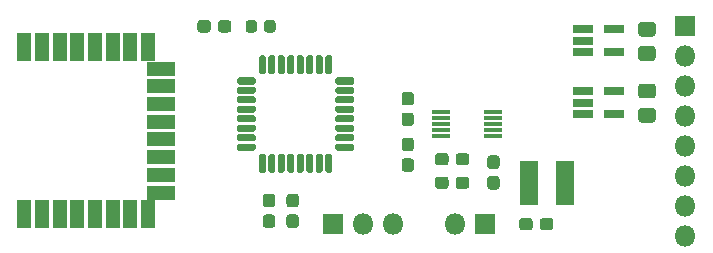
<source format=gbr>
%TF.GenerationSoftware,KiCad,Pcbnew,(5.1.6)-1*%
%TF.CreationDate,2021-07-28T23:36:17+08:00*%
%TF.ProjectId,wireless_measurement_ard,77697265-6c65-4737-935f-6d6561737572,rev?*%
%TF.SameCoordinates,Original*%
%TF.FileFunction,Soldermask,Top*%
%TF.FilePolarity,Negative*%
%FSLAX46Y46*%
G04 Gerber Fmt 4.6, Leading zero omitted, Abs format (unit mm)*
G04 Created by KiCad (PCBNEW (5.1.6)-1) date 2021-07-28 23:36:17*
%MOMM*%
%LPD*%
G01*
G04 APERTURE LIST*
%ADD10R,1.500000X0.400000*%
%ADD11O,1.800000X1.800000*%
%ADD12R,1.800000X1.800000*%
%ADD13R,1.600000X3.700000*%
%ADD14R,1.660000X0.750000*%
%ADD15R,2.400000X1.200000*%
%ADD16R,1.200000X2.400000*%
G04 APERTURE END LIST*
D10*
%TO.C,U3*%
X158950000Y-84000000D03*
X158950000Y-84500000D03*
X158950000Y-85000000D03*
X158950000Y-85500000D03*
X158950000Y-86000000D03*
X154550000Y-86000000D03*
X154550000Y-85500000D03*
X154550000Y-85000000D03*
X154550000Y-84500000D03*
X154550000Y-84000000D03*
%TD*%
D11*
%TO.C,EFM8_Prog1*%
X150500000Y-93500000D03*
X147960000Y-93500000D03*
D12*
X145420000Y-93500000D03*
%TD*%
%TO.C,U6*%
G36*
G01*
X138725000Y-87275000D02*
X137425000Y-87275000D01*
G75*
G02*
X137275000Y-87125000I0J150000D01*
G01*
X137275000Y-86825000D01*
G75*
G02*
X137425000Y-86675000I150000J0D01*
G01*
X138725000Y-86675000D01*
G75*
G02*
X138875000Y-86825000I0J-150000D01*
G01*
X138875000Y-87125000D01*
G75*
G02*
X138725000Y-87275000I-150000J0D01*
G01*
G37*
G36*
G01*
X138725000Y-86475000D02*
X137425000Y-86475000D01*
G75*
G02*
X137275000Y-86325000I0J150000D01*
G01*
X137275000Y-86025000D01*
G75*
G02*
X137425000Y-85875000I150000J0D01*
G01*
X138725000Y-85875000D01*
G75*
G02*
X138875000Y-86025000I0J-150000D01*
G01*
X138875000Y-86325000D01*
G75*
G02*
X138725000Y-86475000I-150000J0D01*
G01*
G37*
G36*
G01*
X138725000Y-85675000D02*
X137425000Y-85675000D01*
G75*
G02*
X137275000Y-85525000I0J150000D01*
G01*
X137275000Y-85225000D01*
G75*
G02*
X137425000Y-85075000I150000J0D01*
G01*
X138725000Y-85075000D01*
G75*
G02*
X138875000Y-85225000I0J-150000D01*
G01*
X138875000Y-85525000D01*
G75*
G02*
X138725000Y-85675000I-150000J0D01*
G01*
G37*
G36*
G01*
X138725000Y-84875000D02*
X137425000Y-84875000D01*
G75*
G02*
X137275000Y-84725000I0J150000D01*
G01*
X137275000Y-84425000D01*
G75*
G02*
X137425000Y-84275000I150000J0D01*
G01*
X138725000Y-84275000D01*
G75*
G02*
X138875000Y-84425000I0J-150000D01*
G01*
X138875000Y-84725000D01*
G75*
G02*
X138725000Y-84875000I-150000J0D01*
G01*
G37*
G36*
G01*
X138725000Y-84075000D02*
X137425000Y-84075000D01*
G75*
G02*
X137275000Y-83925000I0J150000D01*
G01*
X137275000Y-83625000D01*
G75*
G02*
X137425000Y-83475000I150000J0D01*
G01*
X138725000Y-83475000D01*
G75*
G02*
X138875000Y-83625000I0J-150000D01*
G01*
X138875000Y-83925000D01*
G75*
G02*
X138725000Y-84075000I-150000J0D01*
G01*
G37*
G36*
G01*
X138725000Y-83275000D02*
X137425000Y-83275000D01*
G75*
G02*
X137275000Y-83125000I0J150000D01*
G01*
X137275000Y-82825000D01*
G75*
G02*
X137425000Y-82675000I150000J0D01*
G01*
X138725000Y-82675000D01*
G75*
G02*
X138875000Y-82825000I0J-150000D01*
G01*
X138875000Y-83125000D01*
G75*
G02*
X138725000Y-83275000I-150000J0D01*
G01*
G37*
G36*
G01*
X138725000Y-82475000D02*
X137425000Y-82475000D01*
G75*
G02*
X137275000Y-82325000I0J150000D01*
G01*
X137275000Y-82025000D01*
G75*
G02*
X137425000Y-81875000I150000J0D01*
G01*
X138725000Y-81875000D01*
G75*
G02*
X138875000Y-82025000I0J-150000D01*
G01*
X138875000Y-82325000D01*
G75*
G02*
X138725000Y-82475000I-150000J0D01*
G01*
G37*
G36*
G01*
X138725000Y-81675000D02*
X137425000Y-81675000D01*
G75*
G02*
X137275000Y-81525000I0J150000D01*
G01*
X137275000Y-81225000D01*
G75*
G02*
X137425000Y-81075000I150000J0D01*
G01*
X138725000Y-81075000D01*
G75*
G02*
X138875000Y-81225000I0J-150000D01*
G01*
X138875000Y-81525000D01*
G75*
G02*
X138725000Y-81675000I-150000J0D01*
G01*
G37*
G36*
G01*
X139600000Y-80800000D02*
X139300000Y-80800000D01*
G75*
G02*
X139150000Y-80650000I0J150000D01*
G01*
X139150000Y-79350000D01*
G75*
G02*
X139300000Y-79200000I150000J0D01*
G01*
X139600000Y-79200000D01*
G75*
G02*
X139750000Y-79350000I0J-150000D01*
G01*
X139750000Y-80650000D01*
G75*
G02*
X139600000Y-80800000I-150000J0D01*
G01*
G37*
G36*
G01*
X140400000Y-80800000D02*
X140100000Y-80800000D01*
G75*
G02*
X139950000Y-80650000I0J150000D01*
G01*
X139950000Y-79350000D01*
G75*
G02*
X140100000Y-79200000I150000J0D01*
G01*
X140400000Y-79200000D01*
G75*
G02*
X140550000Y-79350000I0J-150000D01*
G01*
X140550000Y-80650000D01*
G75*
G02*
X140400000Y-80800000I-150000J0D01*
G01*
G37*
G36*
G01*
X141200000Y-80800000D02*
X140900000Y-80800000D01*
G75*
G02*
X140750000Y-80650000I0J150000D01*
G01*
X140750000Y-79350000D01*
G75*
G02*
X140900000Y-79200000I150000J0D01*
G01*
X141200000Y-79200000D01*
G75*
G02*
X141350000Y-79350000I0J-150000D01*
G01*
X141350000Y-80650000D01*
G75*
G02*
X141200000Y-80800000I-150000J0D01*
G01*
G37*
G36*
G01*
X142000000Y-80800000D02*
X141700000Y-80800000D01*
G75*
G02*
X141550000Y-80650000I0J150000D01*
G01*
X141550000Y-79350000D01*
G75*
G02*
X141700000Y-79200000I150000J0D01*
G01*
X142000000Y-79200000D01*
G75*
G02*
X142150000Y-79350000I0J-150000D01*
G01*
X142150000Y-80650000D01*
G75*
G02*
X142000000Y-80800000I-150000J0D01*
G01*
G37*
G36*
G01*
X142800000Y-80800000D02*
X142500000Y-80800000D01*
G75*
G02*
X142350000Y-80650000I0J150000D01*
G01*
X142350000Y-79350000D01*
G75*
G02*
X142500000Y-79200000I150000J0D01*
G01*
X142800000Y-79200000D01*
G75*
G02*
X142950000Y-79350000I0J-150000D01*
G01*
X142950000Y-80650000D01*
G75*
G02*
X142800000Y-80800000I-150000J0D01*
G01*
G37*
G36*
G01*
X143600000Y-80800000D02*
X143300000Y-80800000D01*
G75*
G02*
X143150000Y-80650000I0J150000D01*
G01*
X143150000Y-79350000D01*
G75*
G02*
X143300000Y-79200000I150000J0D01*
G01*
X143600000Y-79200000D01*
G75*
G02*
X143750000Y-79350000I0J-150000D01*
G01*
X143750000Y-80650000D01*
G75*
G02*
X143600000Y-80800000I-150000J0D01*
G01*
G37*
G36*
G01*
X144400000Y-80800000D02*
X144100000Y-80800000D01*
G75*
G02*
X143950000Y-80650000I0J150000D01*
G01*
X143950000Y-79350000D01*
G75*
G02*
X144100000Y-79200000I150000J0D01*
G01*
X144400000Y-79200000D01*
G75*
G02*
X144550000Y-79350000I0J-150000D01*
G01*
X144550000Y-80650000D01*
G75*
G02*
X144400000Y-80800000I-150000J0D01*
G01*
G37*
G36*
G01*
X145200000Y-80800000D02*
X144900000Y-80800000D01*
G75*
G02*
X144750000Y-80650000I0J150000D01*
G01*
X144750000Y-79350000D01*
G75*
G02*
X144900000Y-79200000I150000J0D01*
G01*
X145200000Y-79200000D01*
G75*
G02*
X145350000Y-79350000I0J-150000D01*
G01*
X145350000Y-80650000D01*
G75*
G02*
X145200000Y-80800000I-150000J0D01*
G01*
G37*
G36*
G01*
X147075000Y-81675000D02*
X145775000Y-81675000D01*
G75*
G02*
X145625000Y-81525000I0J150000D01*
G01*
X145625000Y-81225000D01*
G75*
G02*
X145775000Y-81075000I150000J0D01*
G01*
X147075000Y-81075000D01*
G75*
G02*
X147225000Y-81225000I0J-150000D01*
G01*
X147225000Y-81525000D01*
G75*
G02*
X147075000Y-81675000I-150000J0D01*
G01*
G37*
G36*
G01*
X147075000Y-82475000D02*
X145775000Y-82475000D01*
G75*
G02*
X145625000Y-82325000I0J150000D01*
G01*
X145625000Y-82025000D01*
G75*
G02*
X145775000Y-81875000I150000J0D01*
G01*
X147075000Y-81875000D01*
G75*
G02*
X147225000Y-82025000I0J-150000D01*
G01*
X147225000Y-82325000D01*
G75*
G02*
X147075000Y-82475000I-150000J0D01*
G01*
G37*
G36*
G01*
X147075000Y-83275000D02*
X145775000Y-83275000D01*
G75*
G02*
X145625000Y-83125000I0J150000D01*
G01*
X145625000Y-82825000D01*
G75*
G02*
X145775000Y-82675000I150000J0D01*
G01*
X147075000Y-82675000D01*
G75*
G02*
X147225000Y-82825000I0J-150000D01*
G01*
X147225000Y-83125000D01*
G75*
G02*
X147075000Y-83275000I-150000J0D01*
G01*
G37*
G36*
G01*
X147075000Y-84075000D02*
X145775000Y-84075000D01*
G75*
G02*
X145625000Y-83925000I0J150000D01*
G01*
X145625000Y-83625000D01*
G75*
G02*
X145775000Y-83475000I150000J0D01*
G01*
X147075000Y-83475000D01*
G75*
G02*
X147225000Y-83625000I0J-150000D01*
G01*
X147225000Y-83925000D01*
G75*
G02*
X147075000Y-84075000I-150000J0D01*
G01*
G37*
G36*
G01*
X147075000Y-84875000D02*
X145775000Y-84875000D01*
G75*
G02*
X145625000Y-84725000I0J150000D01*
G01*
X145625000Y-84425000D01*
G75*
G02*
X145775000Y-84275000I150000J0D01*
G01*
X147075000Y-84275000D01*
G75*
G02*
X147225000Y-84425000I0J-150000D01*
G01*
X147225000Y-84725000D01*
G75*
G02*
X147075000Y-84875000I-150000J0D01*
G01*
G37*
G36*
G01*
X147075000Y-85675000D02*
X145775000Y-85675000D01*
G75*
G02*
X145625000Y-85525000I0J150000D01*
G01*
X145625000Y-85225000D01*
G75*
G02*
X145775000Y-85075000I150000J0D01*
G01*
X147075000Y-85075000D01*
G75*
G02*
X147225000Y-85225000I0J-150000D01*
G01*
X147225000Y-85525000D01*
G75*
G02*
X147075000Y-85675000I-150000J0D01*
G01*
G37*
G36*
G01*
X147075000Y-86475000D02*
X145775000Y-86475000D01*
G75*
G02*
X145625000Y-86325000I0J150000D01*
G01*
X145625000Y-86025000D01*
G75*
G02*
X145775000Y-85875000I150000J0D01*
G01*
X147075000Y-85875000D01*
G75*
G02*
X147225000Y-86025000I0J-150000D01*
G01*
X147225000Y-86325000D01*
G75*
G02*
X147075000Y-86475000I-150000J0D01*
G01*
G37*
G36*
G01*
X147075000Y-87275000D02*
X145775000Y-87275000D01*
G75*
G02*
X145625000Y-87125000I0J150000D01*
G01*
X145625000Y-86825000D01*
G75*
G02*
X145775000Y-86675000I150000J0D01*
G01*
X147075000Y-86675000D01*
G75*
G02*
X147225000Y-86825000I0J-150000D01*
G01*
X147225000Y-87125000D01*
G75*
G02*
X147075000Y-87275000I-150000J0D01*
G01*
G37*
G36*
G01*
X145200000Y-89150000D02*
X144900000Y-89150000D01*
G75*
G02*
X144750000Y-89000000I0J150000D01*
G01*
X144750000Y-87700000D01*
G75*
G02*
X144900000Y-87550000I150000J0D01*
G01*
X145200000Y-87550000D01*
G75*
G02*
X145350000Y-87700000I0J-150000D01*
G01*
X145350000Y-89000000D01*
G75*
G02*
X145200000Y-89150000I-150000J0D01*
G01*
G37*
G36*
G01*
X144400000Y-89150000D02*
X144100000Y-89150000D01*
G75*
G02*
X143950000Y-89000000I0J150000D01*
G01*
X143950000Y-87700000D01*
G75*
G02*
X144100000Y-87550000I150000J0D01*
G01*
X144400000Y-87550000D01*
G75*
G02*
X144550000Y-87700000I0J-150000D01*
G01*
X144550000Y-89000000D01*
G75*
G02*
X144400000Y-89150000I-150000J0D01*
G01*
G37*
G36*
G01*
X143600000Y-89150000D02*
X143300000Y-89150000D01*
G75*
G02*
X143150000Y-89000000I0J150000D01*
G01*
X143150000Y-87700000D01*
G75*
G02*
X143300000Y-87550000I150000J0D01*
G01*
X143600000Y-87550000D01*
G75*
G02*
X143750000Y-87700000I0J-150000D01*
G01*
X143750000Y-89000000D01*
G75*
G02*
X143600000Y-89150000I-150000J0D01*
G01*
G37*
G36*
G01*
X142800000Y-89150000D02*
X142500000Y-89150000D01*
G75*
G02*
X142350000Y-89000000I0J150000D01*
G01*
X142350000Y-87700000D01*
G75*
G02*
X142500000Y-87550000I150000J0D01*
G01*
X142800000Y-87550000D01*
G75*
G02*
X142950000Y-87700000I0J-150000D01*
G01*
X142950000Y-89000000D01*
G75*
G02*
X142800000Y-89150000I-150000J0D01*
G01*
G37*
G36*
G01*
X142000000Y-89150000D02*
X141700000Y-89150000D01*
G75*
G02*
X141550000Y-89000000I0J150000D01*
G01*
X141550000Y-87700000D01*
G75*
G02*
X141700000Y-87550000I150000J0D01*
G01*
X142000000Y-87550000D01*
G75*
G02*
X142150000Y-87700000I0J-150000D01*
G01*
X142150000Y-89000000D01*
G75*
G02*
X142000000Y-89150000I-150000J0D01*
G01*
G37*
G36*
G01*
X141200000Y-89150000D02*
X140900000Y-89150000D01*
G75*
G02*
X140750000Y-89000000I0J150000D01*
G01*
X140750000Y-87700000D01*
G75*
G02*
X140900000Y-87550000I150000J0D01*
G01*
X141200000Y-87550000D01*
G75*
G02*
X141350000Y-87700000I0J-150000D01*
G01*
X141350000Y-89000000D01*
G75*
G02*
X141200000Y-89150000I-150000J0D01*
G01*
G37*
G36*
G01*
X140400000Y-89150000D02*
X140100000Y-89150000D01*
G75*
G02*
X139950000Y-89000000I0J150000D01*
G01*
X139950000Y-87700000D01*
G75*
G02*
X140100000Y-87550000I150000J0D01*
G01*
X140400000Y-87550000D01*
G75*
G02*
X140550000Y-87700000I0J-150000D01*
G01*
X140550000Y-89000000D01*
G75*
G02*
X140400000Y-89150000I-150000J0D01*
G01*
G37*
G36*
G01*
X139600000Y-89150000D02*
X139300000Y-89150000D01*
G75*
G02*
X139150000Y-89000000I0J150000D01*
G01*
X139150000Y-87700000D01*
G75*
G02*
X139300000Y-87550000I150000J0D01*
G01*
X139600000Y-87550000D01*
G75*
G02*
X139750000Y-87700000I0J-150000D01*
G01*
X139750000Y-89000000D01*
G75*
G02*
X139600000Y-89150000I-150000J0D01*
G01*
G37*
%TD*%
%TO.C,C6*%
G36*
G01*
X141737500Y-92675000D02*
X142262500Y-92675000D01*
G75*
G02*
X142525000Y-92937500I0J-262500D01*
G01*
X142525000Y-93562500D01*
G75*
G02*
X142262500Y-93825000I-262500J0D01*
G01*
X141737500Y-93825000D01*
G75*
G02*
X141475000Y-93562500I0J262500D01*
G01*
X141475000Y-92937500D01*
G75*
G02*
X141737500Y-92675000I262500J0D01*
G01*
G37*
G36*
G01*
X141737500Y-90925000D02*
X142262500Y-90925000D01*
G75*
G02*
X142525000Y-91187500I0J-262500D01*
G01*
X142525000Y-91812500D01*
G75*
G02*
X142262500Y-92075000I-262500J0D01*
G01*
X141737500Y-92075000D01*
G75*
G02*
X141475000Y-91812500I0J262500D01*
G01*
X141475000Y-91187500D01*
G75*
G02*
X141737500Y-90925000I262500J0D01*
G01*
G37*
%TD*%
%TO.C,C5*%
G36*
G01*
X139737500Y-92675000D02*
X140262500Y-92675000D01*
G75*
G02*
X140525000Y-92937500I0J-262500D01*
G01*
X140525000Y-93562500D01*
G75*
G02*
X140262500Y-93825000I-262500J0D01*
G01*
X139737500Y-93825000D01*
G75*
G02*
X139475000Y-93562500I0J262500D01*
G01*
X139475000Y-92937500D01*
G75*
G02*
X139737500Y-92675000I262500J0D01*
G01*
G37*
G36*
G01*
X139737500Y-90925000D02*
X140262500Y-90925000D01*
G75*
G02*
X140525000Y-91187500I0J-262500D01*
G01*
X140525000Y-91812500D01*
G75*
G02*
X140262500Y-92075000I-262500J0D01*
G01*
X139737500Y-92075000D01*
G75*
G02*
X139475000Y-91812500I0J262500D01*
G01*
X139475000Y-91187500D01*
G75*
G02*
X139737500Y-90925000I262500J0D01*
G01*
G37*
%TD*%
%TO.C,R5*%
G36*
G01*
X151487500Y-84050000D02*
X152012500Y-84050000D01*
G75*
G02*
X152275000Y-84312500I0J-262500D01*
G01*
X152275000Y-84937500D01*
G75*
G02*
X152012500Y-85200000I-262500J0D01*
G01*
X151487500Y-85200000D01*
G75*
G02*
X151225000Y-84937500I0J262500D01*
G01*
X151225000Y-84312500D01*
G75*
G02*
X151487500Y-84050000I262500J0D01*
G01*
G37*
G36*
G01*
X151487500Y-82300000D02*
X152012500Y-82300000D01*
G75*
G02*
X152275000Y-82562500I0J-262500D01*
G01*
X152275000Y-83187500D01*
G75*
G02*
X152012500Y-83450000I-262500J0D01*
G01*
X151487500Y-83450000D01*
G75*
G02*
X151225000Y-83187500I0J262500D01*
G01*
X151225000Y-82562500D01*
G75*
G02*
X151487500Y-82300000I262500J0D01*
G01*
G37*
%TD*%
%TO.C,R4*%
G36*
G01*
X151487500Y-87925000D02*
X152012500Y-87925000D01*
G75*
G02*
X152275000Y-88187500I0J-262500D01*
G01*
X152275000Y-88812500D01*
G75*
G02*
X152012500Y-89075000I-262500J0D01*
G01*
X151487500Y-89075000D01*
G75*
G02*
X151225000Y-88812500I0J262500D01*
G01*
X151225000Y-88187500D01*
G75*
G02*
X151487500Y-87925000I262500J0D01*
G01*
G37*
G36*
G01*
X151487500Y-86175000D02*
X152012500Y-86175000D01*
G75*
G02*
X152275000Y-86437500I0J-262500D01*
G01*
X152275000Y-87062500D01*
G75*
G02*
X152012500Y-87325000I-262500J0D01*
G01*
X151487500Y-87325000D01*
G75*
G02*
X151225000Y-87062500I0J262500D01*
G01*
X151225000Y-86437500D01*
G75*
G02*
X151487500Y-86175000I262500J0D01*
G01*
G37*
%TD*%
D13*
%TO.C,L1*%
X165050000Y-90000000D03*
X162000000Y-90000000D03*
%TD*%
D11*
%TO.C,J1*%
X175250000Y-94530000D03*
X175250000Y-91990000D03*
X175250000Y-89450000D03*
X175250000Y-86910000D03*
X175250000Y-84370000D03*
X175250000Y-81830000D03*
X175250000Y-79290000D03*
D12*
X175250000Y-76750000D03*
%TD*%
%TO.C,C3*%
G36*
G01*
X162925000Y-93762500D02*
X162925000Y-93237500D01*
G75*
G02*
X163187500Y-92975000I262500J0D01*
G01*
X163812500Y-92975000D01*
G75*
G02*
X164075000Y-93237500I0J-262500D01*
G01*
X164075000Y-93762500D01*
G75*
G02*
X163812500Y-94025000I-262500J0D01*
G01*
X163187500Y-94025000D01*
G75*
G02*
X162925000Y-93762500I0J262500D01*
G01*
G37*
G36*
G01*
X161175000Y-93762500D02*
X161175000Y-93237500D01*
G75*
G02*
X161437500Y-92975000I262500J0D01*
G01*
X162062500Y-92975000D01*
G75*
G02*
X162325000Y-93237500I0J-262500D01*
G01*
X162325000Y-93762500D01*
G75*
G02*
X162062500Y-94025000I-262500J0D01*
G01*
X161437500Y-94025000D01*
G75*
G02*
X161175000Y-93762500I0J262500D01*
G01*
G37*
%TD*%
%TO.C,C2*%
G36*
G01*
X155800000Y-90262500D02*
X155800000Y-89737500D01*
G75*
G02*
X156062500Y-89475000I262500J0D01*
G01*
X156687500Y-89475000D01*
G75*
G02*
X156950000Y-89737500I0J-262500D01*
G01*
X156950000Y-90262500D01*
G75*
G02*
X156687500Y-90525000I-262500J0D01*
G01*
X156062500Y-90525000D01*
G75*
G02*
X155800000Y-90262500I0J262500D01*
G01*
G37*
G36*
G01*
X154050000Y-90262500D02*
X154050000Y-89737500D01*
G75*
G02*
X154312500Y-89475000I262500J0D01*
G01*
X154937500Y-89475000D01*
G75*
G02*
X155200000Y-89737500I0J-262500D01*
G01*
X155200000Y-90262500D01*
G75*
G02*
X154937500Y-90525000I-262500J0D01*
G01*
X154312500Y-90525000D01*
G75*
G02*
X154050000Y-90262500I0J262500D01*
G01*
G37*
%TD*%
D11*
%TO.C,Battery1*%
X155750000Y-93500000D03*
D12*
X158290000Y-93500000D03*
%TD*%
%TO.C,C4*%
G36*
G01*
X159262500Y-88825000D02*
X158737500Y-88825000D01*
G75*
G02*
X158475000Y-88562500I0J262500D01*
G01*
X158475000Y-87937500D01*
G75*
G02*
X158737500Y-87675000I262500J0D01*
G01*
X159262500Y-87675000D01*
G75*
G02*
X159525000Y-87937500I0J-262500D01*
G01*
X159525000Y-88562500D01*
G75*
G02*
X159262500Y-88825000I-262500J0D01*
G01*
G37*
G36*
G01*
X159262500Y-90575000D02*
X158737500Y-90575000D01*
G75*
G02*
X158475000Y-90312500I0J262500D01*
G01*
X158475000Y-89687500D01*
G75*
G02*
X158737500Y-89425000I262500J0D01*
G01*
X159262500Y-89425000D01*
G75*
G02*
X159525000Y-89687500I0J-262500D01*
G01*
X159525000Y-90312500D01*
G75*
G02*
X159262500Y-90575000I-262500J0D01*
G01*
G37*
%TD*%
%TO.C,C1*%
G36*
G01*
X155800000Y-88262500D02*
X155800000Y-87737500D01*
G75*
G02*
X156062500Y-87475000I262500J0D01*
G01*
X156687500Y-87475000D01*
G75*
G02*
X156950000Y-87737500I0J-262500D01*
G01*
X156950000Y-88262500D01*
G75*
G02*
X156687500Y-88525000I-262500J0D01*
G01*
X156062500Y-88525000D01*
G75*
G02*
X155800000Y-88262500I0J262500D01*
G01*
G37*
G36*
G01*
X154050000Y-88262500D02*
X154050000Y-87737500D01*
G75*
G02*
X154312500Y-87475000I262500J0D01*
G01*
X154937500Y-87475000D01*
G75*
G02*
X155200000Y-87737500I0J-262500D01*
G01*
X155200000Y-88262500D01*
G75*
G02*
X154937500Y-88525000I-262500J0D01*
G01*
X154312500Y-88525000D01*
G75*
G02*
X154050000Y-88262500I0J262500D01*
G01*
G37*
%TD*%
D14*
%TO.C,U5*%
X169250000Y-82250000D03*
X169250000Y-84150000D03*
X166550000Y-84150000D03*
X166550000Y-83200000D03*
X166550000Y-82250000D03*
%TD*%
%TO.C,U4*%
X169250000Y-77000000D03*
X169250000Y-78900000D03*
X166550000Y-78900000D03*
X166550000Y-77950000D03*
X166550000Y-77000000D03*
%TD*%
D15*
%TO.C,U2*%
X130862800Y-80322600D03*
X130862800Y-81822600D03*
X130862800Y-83322600D03*
X130862800Y-84822600D03*
X130862800Y-86322600D03*
X130862800Y-87822600D03*
X130862800Y-89322600D03*
D16*
X129762800Y-92642600D03*
X129762800Y-78502600D03*
X128262800Y-78502600D03*
X128262800Y-92642600D03*
X126762800Y-92642600D03*
X126762800Y-78502600D03*
X125262800Y-78502600D03*
X125262800Y-92642600D03*
X123762800Y-92642600D03*
X123762800Y-78502600D03*
X122262800Y-78502600D03*
X122262800Y-92642600D03*
X120762800Y-92642600D03*
X120762800Y-78502600D03*
X119262800Y-78502600D03*
D15*
X130862800Y-90822600D03*
D16*
X119262800Y-92642600D03*
%TD*%
%TO.C,R2*%
G36*
G01*
X171521738Y-78425000D02*
X172478262Y-78425000D01*
G75*
G02*
X172750000Y-78696738I0J-271738D01*
G01*
X172750000Y-79403262D01*
G75*
G02*
X172478262Y-79675000I-271738J0D01*
G01*
X171521738Y-79675000D01*
G75*
G02*
X171250000Y-79403262I0J271738D01*
G01*
X171250000Y-78696738D01*
G75*
G02*
X171521738Y-78425000I271738J0D01*
G01*
G37*
G36*
G01*
X171521738Y-76375000D02*
X172478262Y-76375000D01*
G75*
G02*
X172750000Y-76646738I0J-271738D01*
G01*
X172750000Y-77353262D01*
G75*
G02*
X172478262Y-77625000I-271738J0D01*
G01*
X171521738Y-77625000D01*
G75*
G02*
X171250000Y-77353262I0J271738D01*
G01*
X171250000Y-76646738D01*
G75*
G02*
X171521738Y-76375000I271738J0D01*
G01*
G37*
%TD*%
%TO.C,R1*%
G36*
G01*
X171521738Y-83650000D02*
X172478262Y-83650000D01*
G75*
G02*
X172750000Y-83921738I0J-271738D01*
G01*
X172750000Y-84628262D01*
G75*
G02*
X172478262Y-84900000I-271738J0D01*
G01*
X171521738Y-84900000D01*
G75*
G02*
X171250000Y-84628262I0J271738D01*
G01*
X171250000Y-83921738D01*
G75*
G02*
X171521738Y-83650000I271738J0D01*
G01*
G37*
G36*
G01*
X171521738Y-81600000D02*
X172478262Y-81600000D01*
G75*
G02*
X172750000Y-81871738I0J-271738D01*
G01*
X172750000Y-82578262D01*
G75*
G02*
X172478262Y-82850000I-271738J0D01*
G01*
X171521738Y-82850000D01*
G75*
G02*
X171250000Y-82578262I0J271738D01*
G01*
X171250000Y-81871738D01*
G75*
G02*
X171521738Y-81600000I271738J0D01*
G01*
G37*
%TD*%
%TO.C,D1*%
G36*
G01*
X138012500Y-77031250D02*
X138012500Y-76468750D01*
G75*
G02*
X138256250Y-76225000I243750J0D01*
G01*
X138743750Y-76225000D01*
G75*
G02*
X138987500Y-76468750I0J-243750D01*
G01*
X138987500Y-77031250D01*
G75*
G02*
X138743750Y-77275000I-243750J0D01*
G01*
X138256250Y-77275000D01*
G75*
G02*
X138012500Y-77031250I0J243750D01*
G01*
G37*
G36*
G01*
X139587500Y-77031250D02*
X139587500Y-76468750D01*
G75*
G02*
X139831250Y-76225000I243750J0D01*
G01*
X140318750Y-76225000D01*
G75*
G02*
X140562500Y-76468750I0J-243750D01*
G01*
X140562500Y-77031250D01*
G75*
G02*
X140318750Y-77275000I-243750J0D01*
G01*
X139831250Y-77275000D01*
G75*
G02*
X139587500Y-77031250I0J243750D01*
G01*
G37*
%TD*%
%TO.C,R3*%
G36*
G01*
X136825000Y-76487500D02*
X136825000Y-77012500D01*
G75*
G02*
X136562500Y-77275000I-262500J0D01*
G01*
X135937500Y-77275000D01*
G75*
G02*
X135675000Y-77012500I0J262500D01*
G01*
X135675000Y-76487500D01*
G75*
G02*
X135937500Y-76225000I262500J0D01*
G01*
X136562500Y-76225000D01*
G75*
G02*
X136825000Y-76487500I0J-262500D01*
G01*
G37*
G36*
G01*
X135075000Y-76487500D02*
X135075000Y-77012500D01*
G75*
G02*
X134812500Y-77275000I-262500J0D01*
G01*
X134187500Y-77275000D01*
G75*
G02*
X133925000Y-77012500I0J262500D01*
G01*
X133925000Y-76487500D01*
G75*
G02*
X134187500Y-76225000I262500J0D01*
G01*
X134812500Y-76225000D01*
G75*
G02*
X135075000Y-76487500I0J-262500D01*
G01*
G37*
%TD*%
M02*

</source>
